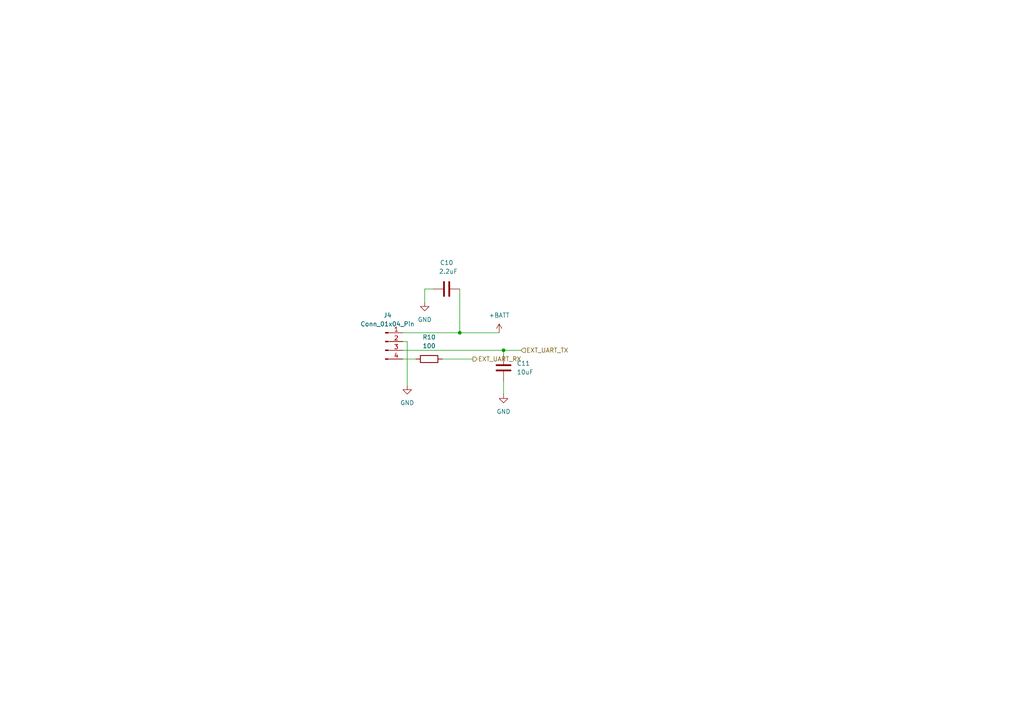
<source format=kicad_sch>
(kicad_sch (version 20230121) (generator eeschema)
  (paper "A4")
  (lib_symbols
    (symbol "Connector:Conn_01x04_Pin" (pin_names (offset 1.016) hide)
      (property "Reference" "J" (at 0 5.08 0))
      (property "Value" "Conn_01x04_Pin" (at 0 -7.62 0))
      (symbol "Conn_01x04_Pin_1_1"
        (polyline (pts (xy 1.27 -5.08) (xy 0.8636 -5.08)) (stroke (width 0.1524)))
        (polyline (pts (xy 1.27 -2.54) (xy 0.8636 -2.54)) (stroke (width 0.1524)))
        (polyline (pts (xy 1.27 0) (xy 0.8636 0)) (stroke (width 0.1524)))
        (polyline (pts (xy 1.27 2.54) (xy 0.8636 2.54)) (stroke (width 0.1524)))
        (rectangle (start 0.8636 -4.953) (end 0 -5.207) (stroke (width 0.1524)) (fill (type outline)))
        (rectangle (start 0.8636 -2.413) (end 0 -2.667) (stroke (width 0.1524)) (fill (type outline)))
        (rectangle (start 0.8636 0.127) (end 0 -0.127) (stroke (width 0.1524)) (fill (type outline)))
        (rectangle (start 0.8636 2.667) (end 0 2.413) (stroke (width 0.1524)) (fill (type outline)))
        (pin passive line (at 5.08 2.54 180) (length 3.81) (name "Pin_1") (number "1"))
        (pin passive line (at 5.08 0 180) (length 3.81) (name "Pin_2") (number "2"))
        (pin passive line (at 5.08 -2.54 180) (length 3.81) (name "Pin_3") (number "3"))
        (pin passive line (at 5.08 -5.08 180) (length 3.81) (name "Pin_4") (number "4"))
      )
    )
    (symbol "Device:C" (pin_numbers hide) (pin_names (offset 0.254))
      (property "Reference" "C" (at 0.635 2.54 0))
      (property "Value" "C" (at 0.635 -2.54 0))
      (symbol "C_0_1"
        (polyline (pts (xy -2.032 -0.762) (xy 2.032 -0.762)) (stroke (width 0.508)))
        (polyline (pts (xy -2.032 0.762) (xy 2.032 0.762)) (stroke (width 0.508)))
      )
      (symbol "C_1_1"
        (pin passive line (at 0 3.81 270) (length 2.794) (name "~") (number "1"))
        (pin passive line (at 0 -3.81 90) (length 2.794) (name "~") (number "2"))
      )
    )
    (symbol "Device:R" (pin_numbers hide) (pin_names (offset 0))
      (property "Reference" "R" (at 2.032 0 90))
      (property "Value" "R" (at 0 0 90))
      (symbol "R_0_1"
        (rectangle (start -1.016 -2.54) (end 1.016 2.54) (stroke (width 0.254)))
      )
      (symbol "R_1_1"
        (pin passive line (at 0 3.81 270) (length 1.27) (name "~") (number "1"))
        (pin passive line (at 0 -3.81 90) (length 1.27) (name "~") (number "2"))
      )
    )
    (symbol "power:+BATT" (power) (pin_names (offset 0))
      (property "Value" "+BATT" (at 0 3.556 0))
      (symbol "+BATT_0_1"
        (polyline (pts (xy -0.762 1.27) (xy 0 2.54)))
        (polyline (pts (xy 0 0) (xy 0 2.54)))
        (polyline (pts (xy 0 2.54) (xy 0.762 1.27)))
      )
      (symbol "+BATT_1_1"
        (pin power_in line (at 0 0 90) (length 0) hide (name "+BATT") (number "1"))
      )
    )
    (symbol "power:GND" (power) (pin_names (offset 0))
      (property "Value" "GND" (at 0 -3.81 0))
      (symbol "GND_0_1"
        (polyline (pts (xy 0 0) (xy 0 -1.27) (xy 1.27 -1.27) (xy 0 -2.54) (xy -1.27 -1.27) (xy 0 -1.27)))
      )
      (symbol "GND_1_1"
        (pin power_in line (at 0 0 270) (length 0) hide (name "GND") (number "1"))
      )
    )
  )
  (junction (at 133.35 96.52))
  (junction (at 146.05 101.6))
  (wire (pts (xy 146.05 101.6) (xy 151.13 101.6)))
  (wire (pts (xy 116.84 96.52) (xy 133.35 96.52)))
  (wire (pts (xy 123.19 83.82) (xy 123.19 87.63)))
  (wire (pts (xy 146.05 101.6) (xy 146.05 102.87)))
  (wire (pts (xy 133.35 83.82) (xy 133.35 96.52)))
  (wire (pts (xy 116.84 101.6) (xy 146.05 101.6)))
  (wire (pts (xy 128.27 104.14) (xy 137.16 104.14)))
  (wire (pts (xy 146.05 110.49) (xy 146.05 114.3)))
  (wire (pts (xy 118.11 111.76) (xy 118.11 99.06)))
  (wire (pts (xy 133.35 96.52) (xy 144.78 96.52)))
  (wire (pts (xy 118.11 99.06) (xy 116.84 99.06)))
  (wire (pts (xy 125.73 83.82) (xy 123.19 83.82)))
  (wire (pts (xy 116.84 104.14) (xy 120.65 104.14)))
  (hierarchical_label "EXT_UART_TX" (shape input) (at 151.13 101.6 0))
  (hierarchical_label "EXT_UART_RX" (shape output) (at 137.16 104.14 0))
  (symbol (lib_id "power:GND") (at 146.05 114.3 0) (unit 1)
    (property "Reference" "#PWR039" (effects hide))
    (property "Value" "GND" (at 146.05 119.38 0))
  )
  (symbol (lib_id "Device:C") (at 146.05 106.68 180) (unit 1)
    (property "Reference" "C11" (at 149.86 105.41 0) (effects (justify right)))
    (property "Value" "10uF" (at 149.86 107.95 0) (effects (justify right)))
    (property "Footprint" "Capacitor_SMD:C_0603_1608Metric" (effects hide))
  )
  (symbol (lib_id "Connector:Conn_01x04_Pin") (at 111.76 99.06 0) (unit 1)
    (property "Reference" "J4" (at 112.395 91.44 0))
    (property "Value" "Conn_01x04_Pin" (at 112.395 93.98 0))
    (property "Footprint" "Connector_PinHeader_2.54mm:PinHeader_1x04_P2.54mm_Vertical" (effects hide))
  )
  (symbol (lib_id "Device:C") (at 129.54 83.82 90) (unit 1)
    (property "Reference" "C10" (at 129.54 76.2 90))
    (property "Value" " 2.2uF" (at 129.54 78.74 90))
    (property "Footprint" "Capacitor_SMD:C_0603_1608Metric" (effects hide))
  )
  (symbol (lib_id "power:GND") (at 118.11 111.76 0) (unit 1)
    (property "Reference" "#PWR032" (effects hide))
    (property "Value" "GND" (at 118.11 116.84 0))
  )
  (symbol (lib_id "power:GND") (at 123.19 87.63 0) (unit 1)
    (property "Reference" "#PWR038" (effects hide))
    (property "Value" "GND" (at 123.19 92.71 0))
  )
  (symbol (lib_id "Device:R") (at 124.46 104.14 270) (unit 1)
    (property "Reference" "R10" (at 124.46 97.79 90))
    (property "Value" "100" (at 124.46 100.33 90))
    (property "Footprint" "Resistor_SMD:R_0603_1608Metric" (effects hide))
  )
  (symbol (lib_id "power:+BATT") (at 144.78 96.52 0) (unit 1)
    (property "Reference" "#PWR031" (effects hide))
    (property "Value" "+BATT" (at 144.78 91.44 0))
  )
)
</source>
